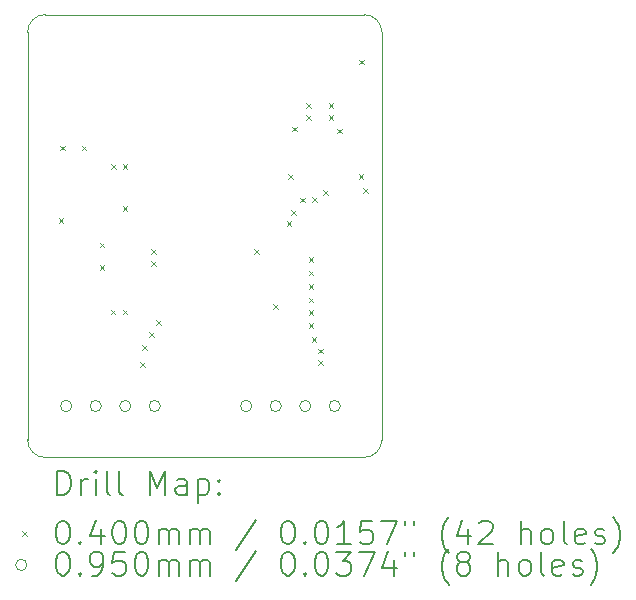
<source format=gbr>
%FSLAX45Y45*%
G04 Gerber Fmt 4.5, Leading zero omitted, Abs format (unit mm)*
G04 Created by KiCad (PCBNEW (6.0.2-0)) date 2022-09-17 18:07:15*
%MOMM*%
%LPD*%
G01*
G04 APERTURE LIST*
%TA.AperFunction,Profile*%
%ADD10C,0.100000*%
%TD*%
%ADD11C,0.200000*%
%ADD12C,0.040000*%
%ADD13C,0.095000*%
G04 APERTURE END LIST*
D10*
X11000000Y-11600000D02*
G75*
G03*
X11150000Y-11750000I150000J0D01*
G01*
X11000000Y-8150000D02*
X11000000Y-11600000D01*
X13850000Y-11750000D02*
G75*
G03*
X14000000Y-11600000I0J150000D01*
G01*
X13850000Y-8000000D02*
X11150000Y-8000000D01*
X11150000Y-8000000D02*
G75*
G03*
X11000000Y-8150000I0J-150000D01*
G01*
X14000000Y-11600000D02*
X14000000Y-8150000D01*
X14000000Y-8150000D02*
G75*
G03*
X13850000Y-8000000I-150000J0D01*
G01*
X11150000Y-11750000D02*
X13850000Y-11750000D01*
D11*
D12*
X11263259Y-9723660D02*
X11303259Y-9763660D01*
X11303259Y-9723660D02*
X11263259Y-9763660D01*
X11275759Y-9108660D02*
X11315759Y-9148660D01*
X11315759Y-9108660D02*
X11275759Y-9148660D01*
X11458259Y-9108660D02*
X11498259Y-9148660D01*
X11498259Y-9108660D02*
X11458259Y-9148660D01*
X11610759Y-9931160D02*
X11650759Y-9971160D01*
X11650759Y-9931160D02*
X11610759Y-9971160D01*
X11610759Y-10123660D02*
X11650759Y-10163660D01*
X11650759Y-10123660D02*
X11610759Y-10163660D01*
X11703259Y-10498660D02*
X11743259Y-10538660D01*
X11743259Y-10498660D02*
X11703259Y-10538660D01*
X11705759Y-9263660D02*
X11745759Y-9303660D01*
X11745759Y-9263660D02*
X11705759Y-9303660D01*
X11805759Y-9263660D02*
X11845759Y-9303660D01*
X11845759Y-9263660D02*
X11805759Y-9303660D01*
X11805759Y-9623660D02*
X11845759Y-9663660D01*
X11845759Y-9623660D02*
X11805759Y-9663660D01*
X11805759Y-10498660D02*
X11845759Y-10538660D01*
X11845759Y-10498660D02*
X11805759Y-10538660D01*
X11953259Y-10941160D02*
X11993259Y-10981160D01*
X11993259Y-10941160D02*
X11953259Y-10981160D01*
X11971319Y-10798220D02*
X12011319Y-10838220D01*
X12011319Y-10798220D02*
X11971319Y-10838220D01*
X12027199Y-10686460D02*
X12067199Y-10726460D01*
X12067199Y-10686460D02*
X12027199Y-10726460D01*
X12044979Y-9985420D02*
X12084979Y-10025420D01*
X12084979Y-9985420D02*
X12044979Y-10025420D01*
X12047519Y-10087020D02*
X12087519Y-10127020D01*
X12087519Y-10087020D02*
X12047519Y-10127020D01*
X12088159Y-10590130D02*
X12128159Y-10630130D01*
X12128159Y-10590130D02*
X12088159Y-10630130D01*
X12920759Y-9988660D02*
X12960759Y-10028660D01*
X12960759Y-9988660D02*
X12920759Y-10028660D01*
X13080259Y-10453380D02*
X13120259Y-10493380D01*
X13120259Y-10453380D02*
X13080259Y-10493380D01*
X13193259Y-9751160D02*
X13233259Y-9791160D01*
X13233259Y-9751160D02*
X13193259Y-9791160D01*
X13208259Y-9348660D02*
X13248259Y-9388660D01*
X13248259Y-9348660D02*
X13208259Y-9388660D01*
X13230759Y-9656160D02*
X13270759Y-9696160D01*
X13270759Y-9656160D02*
X13230759Y-9696160D01*
X13240759Y-8948660D02*
X13280759Y-8988660D01*
X13280759Y-8948660D02*
X13240759Y-8988660D01*
X13305759Y-9551160D02*
X13345759Y-9591160D01*
X13345759Y-9551160D02*
X13305759Y-9591160D01*
X13358259Y-8748660D02*
X13398259Y-8788660D01*
X13398259Y-8748660D02*
X13358259Y-8788660D01*
X13358259Y-8851160D02*
X13398259Y-8891160D01*
X13398259Y-8851160D02*
X13358259Y-8891160D01*
X13380759Y-10056160D02*
X13420759Y-10096160D01*
X13420759Y-10056160D02*
X13380759Y-10096160D01*
X13380759Y-10168660D02*
X13420759Y-10208660D01*
X13420759Y-10168660D02*
X13380759Y-10208660D01*
X13380759Y-10281160D02*
X13420759Y-10321160D01*
X13420759Y-10281160D02*
X13380759Y-10321160D01*
X13380759Y-10396160D02*
X13420759Y-10436160D01*
X13420759Y-10396160D02*
X13380759Y-10436160D01*
X13380759Y-10503660D02*
X13420759Y-10543660D01*
X13420759Y-10503660D02*
X13380759Y-10543660D01*
X13380759Y-10613660D02*
X13420759Y-10653660D01*
X13420759Y-10613660D02*
X13380759Y-10653660D01*
X13405759Y-10728660D02*
X13445759Y-10768660D01*
X13445759Y-10728660D02*
X13405759Y-10768660D01*
X13410759Y-9548660D02*
X13450759Y-9588660D01*
X13450759Y-9548660D02*
X13410759Y-9588660D01*
X13460000Y-10928660D02*
X13500000Y-10968660D01*
X13500000Y-10928660D02*
X13460000Y-10968660D01*
X13463259Y-10828660D02*
X13503259Y-10868660D01*
X13503259Y-10828660D02*
X13463259Y-10868660D01*
X13505759Y-9486160D02*
X13545759Y-9526160D01*
X13545759Y-9486160D02*
X13505759Y-9526160D01*
X13548259Y-8748660D02*
X13588259Y-8788660D01*
X13588259Y-8748660D02*
X13548259Y-8788660D01*
X13548259Y-8851160D02*
X13588259Y-8891160D01*
X13588259Y-8851160D02*
X13548259Y-8891160D01*
X13623259Y-8966160D02*
X13663259Y-9006160D01*
X13663259Y-8966160D02*
X13623259Y-9006160D01*
X13803259Y-9353660D02*
X13843259Y-9393660D01*
X13843259Y-9353660D02*
X13803259Y-9393660D01*
X13808100Y-8380600D02*
X13848100Y-8420600D01*
X13848100Y-8380600D02*
X13808100Y-8420600D01*
X13840759Y-9468660D02*
X13880759Y-9508660D01*
X13880759Y-9468660D02*
X13840759Y-9508660D01*
D13*
X11374259Y-11314360D02*
G75*
G03*
X11374259Y-11314360I-47500J0D01*
G01*
X11624259Y-11314360D02*
G75*
G03*
X11624259Y-11314360I-47500J0D01*
G01*
X11874259Y-11314360D02*
G75*
G03*
X11874259Y-11314360I-47500J0D01*
G01*
X12124259Y-11314360D02*
G75*
G03*
X12124259Y-11314360I-47500J0D01*
G01*
X12898259Y-11314360D02*
G75*
G03*
X12898259Y-11314360I-47500J0D01*
G01*
X13148259Y-11314360D02*
G75*
G03*
X13148259Y-11314360I-47500J0D01*
G01*
X13398259Y-11314360D02*
G75*
G03*
X13398259Y-11314360I-47500J0D01*
G01*
X13648259Y-11314360D02*
G75*
G03*
X13648259Y-11314360I-47500J0D01*
G01*
D11*
X11252619Y-12065476D02*
X11252619Y-11865476D01*
X11300238Y-11865476D01*
X11328809Y-11875000D01*
X11347857Y-11894048D01*
X11357381Y-11913095D01*
X11366905Y-11951190D01*
X11366905Y-11979762D01*
X11357381Y-12017857D01*
X11347857Y-12036905D01*
X11328809Y-12055952D01*
X11300238Y-12065476D01*
X11252619Y-12065476D01*
X11452619Y-12065476D02*
X11452619Y-11932143D01*
X11452619Y-11970238D02*
X11462143Y-11951190D01*
X11471667Y-11941667D01*
X11490714Y-11932143D01*
X11509762Y-11932143D01*
X11576428Y-12065476D02*
X11576428Y-11932143D01*
X11576428Y-11865476D02*
X11566905Y-11875000D01*
X11576428Y-11884524D01*
X11585952Y-11875000D01*
X11576428Y-11865476D01*
X11576428Y-11884524D01*
X11700238Y-12065476D02*
X11681190Y-12055952D01*
X11671667Y-12036905D01*
X11671667Y-11865476D01*
X11805000Y-12065476D02*
X11785952Y-12055952D01*
X11776428Y-12036905D01*
X11776428Y-11865476D01*
X12033571Y-12065476D02*
X12033571Y-11865476D01*
X12100238Y-12008333D01*
X12166905Y-11865476D01*
X12166905Y-12065476D01*
X12347857Y-12065476D02*
X12347857Y-11960714D01*
X12338333Y-11941667D01*
X12319286Y-11932143D01*
X12281190Y-11932143D01*
X12262143Y-11941667D01*
X12347857Y-12055952D02*
X12328809Y-12065476D01*
X12281190Y-12065476D01*
X12262143Y-12055952D01*
X12252619Y-12036905D01*
X12252619Y-12017857D01*
X12262143Y-11998809D01*
X12281190Y-11989286D01*
X12328809Y-11989286D01*
X12347857Y-11979762D01*
X12443095Y-11932143D02*
X12443095Y-12132143D01*
X12443095Y-11941667D02*
X12462143Y-11932143D01*
X12500238Y-11932143D01*
X12519286Y-11941667D01*
X12528809Y-11951190D01*
X12538333Y-11970238D01*
X12538333Y-12027381D01*
X12528809Y-12046428D01*
X12519286Y-12055952D01*
X12500238Y-12065476D01*
X12462143Y-12065476D01*
X12443095Y-12055952D01*
X12624048Y-12046428D02*
X12633571Y-12055952D01*
X12624048Y-12065476D01*
X12614524Y-12055952D01*
X12624048Y-12046428D01*
X12624048Y-12065476D01*
X12624048Y-11941667D02*
X12633571Y-11951190D01*
X12624048Y-11960714D01*
X12614524Y-11951190D01*
X12624048Y-11941667D01*
X12624048Y-11960714D01*
D12*
X10955000Y-12375000D02*
X10995000Y-12415000D01*
X10995000Y-12375000D02*
X10955000Y-12415000D01*
D11*
X11290714Y-12285476D02*
X11309762Y-12285476D01*
X11328809Y-12295000D01*
X11338333Y-12304524D01*
X11347857Y-12323571D01*
X11357381Y-12361667D01*
X11357381Y-12409286D01*
X11347857Y-12447381D01*
X11338333Y-12466428D01*
X11328809Y-12475952D01*
X11309762Y-12485476D01*
X11290714Y-12485476D01*
X11271667Y-12475952D01*
X11262143Y-12466428D01*
X11252619Y-12447381D01*
X11243095Y-12409286D01*
X11243095Y-12361667D01*
X11252619Y-12323571D01*
X11262143Y-12304524D01*
X11271667Y-12295000D01*
X11290714Y-12285476D01*
X11443095Y-12466428D02*
X11452619Y-12475952D01*
X11443095Y-12485476D01*
X11433571Y-12475952D01*
X11443095Y-12466428D01*
X11443095Y-12485476D01*
X11624048Y-12352143D02*
X11624048Y-12485476D01*
X11576428Y-12275952D02*
X11528809Y-12418809D01*
X11652619Y-12418809D01*
X11766905Y-12285476D02*
X11785952Y-12285476D01*
X11805000Y-12295000D01*
X11814524Y-12304524D01*
X11824048Y-12323571D01*
X11833571Y-12361667D01*
X11833571Y-12409286D01*
X11824048Y-12447381D01*
X11814524Y-12466428D01*
X11805000Y-12475952D01*
X11785952Y-12485476D01*
X11766905Y-12485476D01*
X11747857Y-12475952D01*
X11738333Y-12466428D01*
X11728809Y-12447381D01*
X11719286Y-12409286D01*
X11719286Y-12361667D01*
X11728809Y-12323571D01*
X11738333Y-12304524D01*
X11747857Y-12295000D01*
X11766905Y-12285476D01*
X11957381Y-12285476D02*
X11976428Y-12285476D01*
X11995476Y-12295000D01*
X12005000Y-12304524D01*
X12014524Y-12323571D01*
X12024048Y-12361667D01*
X12024048Y-12409286D01*
X12014524Y-12447381D01*
X12005000Y-12466428D01*
X11995476Y-12475952D01*
X11976428Y-12485476D01*
X11957381Y-12485476D01*
X11938333Y-12475952D01*
X11928809Y-12466428D01*
X11919286Y-12447381D01*
X11909762Y-12409286D01*
X11909762Y-12361667D01*
X11919286Y-12323571D01*
X11928809Y-12304524D01*
X11938333Y-12295000D01*
X11957381Y-12285476D01*
X12109762Y-12485476D02*
X12109762Y-12352143D01*
X12109762Y-12371190D02*
X12119286Y-12361667D01*
X12138333Y-12352143D01*
X12166905Y-12352143D01*
X12185952Y-12361667D01*
X12195476Y-12380714D01*
X12195476Y-12485476D01*
X12195476Y-12380714D02*
X12205000Y-12361667D01*
X12224048Y-12352143D01*
X12252619Y-12352143D01*
X12271667Y-12361667D01*
X12281190Y-12380714D01*
X12281190Y-12485476D01*
X12376428Y-12485476D02*
X12376428Y-12352143D01*
X12376428Y-12371190D02*
X12385952Y-12361667D01*
X12405000Y-12352143D01*
X12433571Y-12352143D01*
X12452619Y-12361667D01*
X12462143Y-12380714D01*
X12462143Y-12485476D01*
X12462143Y-12380714D02*
X12471667Y-12361667D01*
X12490714Y-12352143D01*
X12519286Y-12352143D01*
X12538333Y-12361667D01*
X12547857Y-12380714D01*
X12547857Y-12485476D01*
X12938333Y-12275952D02*
X12766905Y-12533095D01*
X13195476Y-12285476D02*
X13214524Y-12285476D01*
X13233571Y-12295000D01*
X13243095Y-12304524D01*
X13252619Y-12323571D01*
X13262143Y-12361667D01*
X13262143Y-12409286D01*
X13252619Y-12447381D01*
X13243095Y-12466428D01*
X13233571Y-12475952D01*
X13214524Y-12485476D01*
X13195476Y-12485476D01*
X13176428Y-12475952D01*
X13166905Y-12466428D01*
X13157381Y-12447381D01*
X13147857Y-12409286D01*
X13147857Y-12361667D01*
X13157381Y-12323571D01*
X13166905Y-12304524D01*
X13176428Y-12295000D01*
X13195476Y-12285476D01*
X13347857Y-12466428D02*
X13357381Y-12475952D01*
X13347857Y-12485476D01*
X13338333Y-12475952D01*
X13347857Y-12466428D01*
X13347857Y-12485476D01*
X13481190Y-12285476D02*
X13500238Y-12285476D01*
X13519286Y-12295000D01*
X13528809Y-12304524D01*
X13538333Y-12323571D01*
X13547857Y-12361667D01*
X13547857Y-12409286D01*
X13538333Y-12447381D01*
X13528809Y-12466428D01*
X13519286Y-12475952D01*
X13500238Y-12485476D01*
X13481190Y-12485476D01*
X13462143Y-12475952D01*
X13452619Y-12466428D01*
X13443095Y-12447381D01*
X13433571Y-12409286D01*
X13433571Y-12361667D01*
X13443095Y-12323571D01*
X13452619Y-12304524D01*
X13462143Y-12295000D01*
X13481190Y-12285476D01*
X13738333Y-12485476D02*
X13624048Y-12485476D01*
X13681190Y-12485476D02*
X13681190Y-12285476D01*
X13662143Y-12314048D01*
X13643095Y-12333095D01*
X13624048Y-12342619D01*
X13919286Y-12285476D02*
X13824048Y-12285476D01*
X13814524Y-12380714D01*
X13824048Y-12371190D01*
X13843095Y-12361667D01*
X13890714Y-12361667D01*
X13909762Y-12371190D01*
X13919286Y-12380714D01*
X13928809Y-12399762D01*
X13928809Y-12447381D01*
X13919286Y-12466428D01*
X13909762Y-12475952D01*
X13890714Y-12485476D01*
X13843095Y-12485476D01*
X13824048Y-12475952D01*
X13814524Y-12466428D01*
X13995476Y-12285476D02*
X14128809Y-12285476D01*
X14043095Y-12485476D01*
X14195476Y-12285476D02*
X14195476Y-12323571D01*
X14271667Y-12285476D02*
X14271667Y-12323571D01*
X14566905Y-12561667D02*
X14557381Y-12552143D01*
X14538333Y-12523571D01*
X14528809Y-12504524D01*
X14519286Y-12475952D01*
X14509762Y-12428333D01*
X14509762Y-12390238D01*
X14519286Y-12342619D01*
X14528809Y-12314048D01*
X14538333Y-12295000D01*
X14557381Y-12266428D01*
X14566905Y-12256905D01*
X14728809Y-12352143D02*
X14728809Y-12485476D01*
X14681190Y-12275952D02*
X14633571Y-12418809D01*
X14757381Y-12418809D01*
X14824048Y-12304524D02*
X14833571Y-12295000D01*
X14852619Y-12285476D01*
X14900238Y-12285476D01*
X14919286Y-12295000D01*
X14928809Y-12304524D01*
X14938333Y-12323571D01*
X14938333Y-12342619D01*
X14928809Y-12371190D01*
X14814524Y-12485476D01*
X14938333Y-12485476D01*
X15176428Y-12485476D02*
X15176428Y-12285476D01*
X15262143Y-12485476D02*
X15262143Y-12380714D01*
X15252619Y-12361667D01*
X15233571Y-12352143D01*
X15205000Y-12352143D01*
X15185952Y-12361667D01*
X15176428Y-12371190D01*
X15385952Y-12485476D02*
X15366905Y-12475952D01*
X15357381Y-12466428D01*
X15347857Y-12447381D01*
X15347857Y-12390238D01*
X15357381Y-12371190D01*
X15366905Y-12361667D01*
X15385952Y-12352143D01*
X15414524Y-12352143D01*
X15433571Y-12361667D01*
X15443095Y-12371190D01*
X15452619Y-12390238D01*
X15452619Y-12447381D01*
X15443095Y-12466428D01*
X15433571Y-12475952D01*
X15414524Y-12485476D01*
X15385952Y-12485476D01*
X15566905Y-12485476D02*
X15547857Y-12475952D01*
X15538333Y-12456905D01*
X15538333Y-12285476D01*
X15719286Y-12475952D02*
X15700238Y-12485476D01*
X15662143Y-12485476D01*
X15643095Y-12475952D01*
X15633571Y-12456905D01*
X15633571Y-12380714D01*
X15643095Y-12361667D01*
X15662143Y-12352143D01*
X15700238Y-12352143D01*
X15719286Y-12361667D01*
X15728809Y-12380714D01*
X15728809Y-12399762D01*
X15633571Y-12418809D01*
X15805000Y-12475952D02*
X15824048Y-12485476D01*
X15862143Y-12485476D01*
X15881190Y-12475952D01*
X15890714Y-12456905D01*
X15890714Y-12447381D01*
X15881190Y-12428333D01*
X15862143Y-12418809D01*
X15833571Y-12418809D01*
X15814524Y-12409286D01*
X15805000Y-12390238D01*
X15805000Y-12380714D01*
X15814524Y-12361667D01*
X15833571Y-12352143D01*
X15862143Y-12352143D01*
X15881190Y-12361667D01*
X15957381Y-12561667D02*
X15966905Y-12552143D01*
X15985952Y-12523571D01*
X15995476Y-12504524D01*
X16005000Y-12475952D01*
X16014524Y-12428333D01*
X16014524Y-12390238D01*
X16005000Y-12342619D01*
X15995476Y-12314048D01*
X15985952Y-12295000D01*
X15966905Y-12266428D01*
X15957381Y-12256905D01*
D13*
X10995000Y-12659000D02*
G75*
G03*
X10995000Y-12659000I-47500J0D01*
G01*
D11*
X11290714Y-12549476D02*
X11309762Y-12549476D01*
X11328809Y-12559000D01*
X11338333Y-12568524D01*
X11347857Y-12587571D01*
X11357381Y-12625667D01*
X11357381Y-12673286D01*
X11347857Y-12711381D01*
X11338333Y-12730428D01*
X11328809Y-12739952D01*
X11309762Y-12749476D01*
X11290714Y-12749476D01*
X11271667Y-12739952D01*
X11262143Y-12730428D01*
X11252619Y-12711381D01*
X11243095Y-12673286D01*
X11243095Y-12625667D01*
X11252619Y-12587571D01*
X11262143Y-12568524D01*
X11271667Y-12559000D01*
X11290714Y-12549476D01*
X11443095Y-12730428D02*
X11452619Y-12739952D01*
X11443095Y-12749476D01*
X11433571Y-12739952D01*
X11443095Y-12730428D01*
X11443095Y-12749476D01*
X11547857Y-12749476D02*
X11585952Y-12749476D01*
X11605000Y-12739952D01*
X11614524Y-12730428D01*
X11633571Y-12701857D01*
X11643095Y-12663762D01*
X11643095Y-12587571D01*
X11633571Y-12568524D01*
X11624048Y-12559000D01*
X11605000Y-12549476D01*
X11566905Y-12549476D01*
X11547857Y-12559000D01*
X11538333Y-12568524D01*
X11528809Y-12587571D01*
X11528809Y-12635190D01*
X11538333Y-12654238D01*
X11547857Y-12663762D01*
X11566905Y-12673286D01*
X11605000Y-12673286D01*
X11624048Y-12663762D01*
X11633571Y-12654238D01*
X11643095Y-12635190D01*
X11824048Y-12549476D02*
X11728809Y-12549476D01*
X11719286Y-12644714D01*
X11728809Y-12635190D01*
X11747857Y-12625667D01*
X11795476Y-12625667D01*
X11814524Y-12635190D01*
X11824048Y-12644714D01*
X11833571Y-12663762D01*
X11833571Y-12711381D01*
X11824048Y-12730428D01*
X11814524Y-12739952D01*
X11795476Y-12749476D01*
X11747857Y-12749476D01*
X11728809Y-12739952D01*
X11719286Y-12730428D01*
X11957381Y-12549476D02*
X11976428Y-12549476D01*
X11995476Y-12559000D01*
X12005000Y-12568524D01*
X12014524Y-12587571D01*
X12024048Y-12625667D01*
X12024048Y-12673286D01*
X12014524Y-12711381D01*
X12005000Y-12730428D01*
X11995476Y-12739952D01*
X11976428Y-12749476D01*
X11957381Y-12749476D01*
X11938333Y-12739952D01*
X11928809Y-12730428D01*
X11919286Y-12711381D01*
X11909762Y-12673286D01*
X11909762Y-12625667D01*
X11919286Y-12587571D01*
X11928809Y-12568524D01*
X11938333Y-12559000D01*
X11957381Y-12549476D01*
X12109762Y-12749476D02*
X12109762Y-12616143D01*
X12109762Y-12635190D02*
X12119286Y-12625667D01*
X12138333Y-12616143D01*
X12166905Y-12616143D01*
X12185952Y-12625667D01*
X12195476Y-12644714D01*
X12195476Y-12749476D01*
X12195476Y-12644714D02*
X12205000Y-12625667D01*
X12224048Y-12616143D01*
X12252619Y-12616143D01*
X12271667Y-12625667D01*
X12281190Y-12644714D01*
X12281190Y-12749476D01*
X12376428Y-12749476D02*
X12376428Y-12616143D01*
X12376428Y-12635190D02*
X12385952Y-12625667D01*
X12405000Y-12616143D01*
X12433571Y-12616143D01*
X12452619Y-12625667D01*
X12462143Y-12644714D01*
X12462143Y-12749476D01*
X12462143Y-12644714D02*
X12471667Y-12625667D01*
X12490714Y-12616143D01*
X12519286Y-12616143D01*
X12538333Y-12625667D01*
X12547857Y-12644714D01*
X12547857Y-12749476D01*
X12938333Y-12539952D02*
X12766905Y-12797095D01*
X13195476Y-12549476D02*
X13214524Y-12549476D01*
X13233571Y-12559000D01*
X13243095Y-12568524D01*
X13252619Y-12587571D01*
X13262143Y-12625667D01*
X13262143Y-12673286D01*
X13252619Y-12711381D01*
X13243095Y-12730428D01*
X13233571Y-12739952D01*
X13214524Y-12749476D01*
X13195476Y-12749476D01*
X13176428Y-12739952D01*
X13166905Y-12730428D01*
X13157381Y-12711381D01*
X13147857Y-12673286D01*
X13147857Y-12625667D01*
X13157381Y-12587571D01*
X13166905Y-12568524D01*
X13176428Y-12559000D01*
X13195476Y-12549476D01*
X13347857Y-12730428D02*
X13357381Y-12739952D01*
X13347857Y-12749476D01*
X13338333Y-12739952D01*
X13347857Y-12730428D01*
X13347857Y-12749476D01*
X13481190Y-12549476D02*
X13500238Y-12549476D01*
X13519286Y-12559000D01*
X13528809Y-12568524D01*
X13538333Y-12587571D01*
X13547857Y-12625667D01*
X13547857Y-12673286D01*
X13538333Y-12711381D01*
X13528809Y-12730428D01*
X13519286Y-12739952D01*
X13500238Y-12749476D01*
X13481190Y-12749476D01*
X13462143Y-12739952D01*
X13452619Y-12730428D01*
X13443095Y-12711381D01*
X13433571Y-12673286D01*
X13433571Y-12625667D01*
X13443095Y-12587571D01*
X13452619Y-12568524D01*
X13462143Y-12559000D01*
X13481190Y-12549476D01*
X13614524Y-12549476D02*
X13738333Y-12549476D01*
X13671667Y-12625667D01*
X13700238Y-12625667D01*
X13719286Y-12635190D01*
X13728809Y-12644714D01*
X13738333Y-12663762D01*
X13738333Y-12711381D01*
X13728809Y-12730428D01*
X13719286Y-12739952D01*
X13700238Y-12749476D01*
X13643095Y-12749476D01*
X13624048Y-12739952D01*
X13614524Y-12730428D01*
X13805000Y-12549476D02*
X13938333Y-12549476D01*
X13852619Y-12749476D01*
X14100238Y-12616143D02*
X14100238Y-12749476D01*
X14052619Y-12539952D02*
X14005000Y-12682809D01*
X14128809Y-12682809D01*
X14195476Y-12549476D02*
X14195476Y-12587571D01*
X14271667Y-12549476D02*
X14271667Y-12587571D01*
X14566905Y-12825667D02*
X14557381Y-12816143D01*
X14538333Y-12787571D01*
X14528809Y-12768524D01*
X14519286Y-12739952D01*
X14509762Y-12692333D01*
X14509762Y-12654238D01*
X14519286Y-12606619D01*
X14528809Y-12578048D01*
X14538333Y-12559000D01*
X14557381Y-12530428D01*
X14566905Y-12520905D01*
X14671667Y-12635190D02*
X14652619Y-12625667D01*
X14643095Y-12616143D01*
X14633571Y-12597095D01*
X14633571Y-12587571D01*
X14643095Y-12568524D01*
X14652619Y-12559000D01*
X14671667Y-12549476D01*
X14709762Y-12549476D01*
X14728809Y-12559000D01*
X14738333Y-12568524D01*
X14747857Y-12587571D01*
X14747857Y-12597095D01*
X14738333Y-12616143D01*
X14728809Y-12625667D01*
X14709762Y-12635190D01*
X14671667Y-12635190D01*
X14652619Y-12644714D01*
X14643095Y-12654238D01*
X14633571Y-12673286D01*
X14633571Y-12711381D01*
X14643095Y-12730428D01*
X14652619Y-12739952D01*
X14671667Y-12749476D01*
X14709762Y-12749476D01*
X14728809Y-12739952D01*
X14738333Y-12730428D01*
X14747857Y-12711381D01*
X14747857Y-12673286D01*
X14738333Y-12654238D01*
X14728809Y-12644714D01*
X14709762Y-12635190D01*
X14985952Y-12749476D02*
X14985952Y-12549476D01*
X15071667Y-12749476D02*
X15071667Y-12644714D01*
X15062143Y-12625667D01*
X15043095Y-12616143D01*
X15014524Y-12616143D01*
X14995476Y-12625667D01*
X14985952Y-12635190D01*
X15195476Y-12749476D02*
X15176428Y-12739952D01*
X15166905Y-12730428D01*
X15157381Y-12711381D01*
X15157381Y-12654238D01*
X15166905Y-12635190D01*
X15176428Y-12625667D01*
X15195476Y-12616143D01*
X15224048Y-12616143D01*
X15243095Y-12625667D01*
X15252619Y-12635190D01*
X15262143Y-12654238D01*
X15262143Y-12711381D01*
X15252619Y-12730428D01*
X15243095Y-12739952D01*
X15224048Y-12749476D01*
X15195476Y-12749476D01*
X15376428Y-12749476D02*
X15357381Y-12739952D01*
X15347857Y-12720905D01*
X15347857Y-12549476D01*
X15528809Y-12739952D02*
X15509762Y-12749476D01*
X15471667Y-12749476D01*
X15452619Y-12739952D01*
X15443095Y-12720905D01*
X15443095Y-12644714D01*
X15452619Y-12625667D01*
X15471667Y-12616143D01*
X15509762Y-12616143D01*
X15528809Y-12625667D01*
X15538333Y-12644714D01*
X15538333Y-12663762D01*
X15443095Y-12682809D01*
X15614524Y-12739952D02*
X15633571Y-12749476D01*
X15671667Y-12749476D01*
X15690714Y-12739952D01*
X15700238Y-12720905D01*
X15700238Y-12711381D01*
X15690714Y-12692333D01*
X15671667Y-12682809D01*
X15643095Y-12682809D01*
X15624048Y-12673286D01*
X15614524Y-12654238D01*
X15614524Y-12644714D01*
X15624048Y-12625667D01*
X15643095Y-12616143D01*
X15671667Y-12616143D01*
X15690714Y-12625667D01*
X15766905Y-12825667D02*
X15776428Y-12816143D01*
X15795476Y-12787571D01*
X15805000Y-12768524D01*
X15814524Y-12739952D01*
X15824048Y-12692333D01*
X15824048Y-12654238D01*
X15814524Y-12606619D01*
X15805000Y-12578048D01*
X15795476Y-12559000D01*
X15776428Y-12530428D01*
X15766905Y-12520905D01*
M02*

</source>
